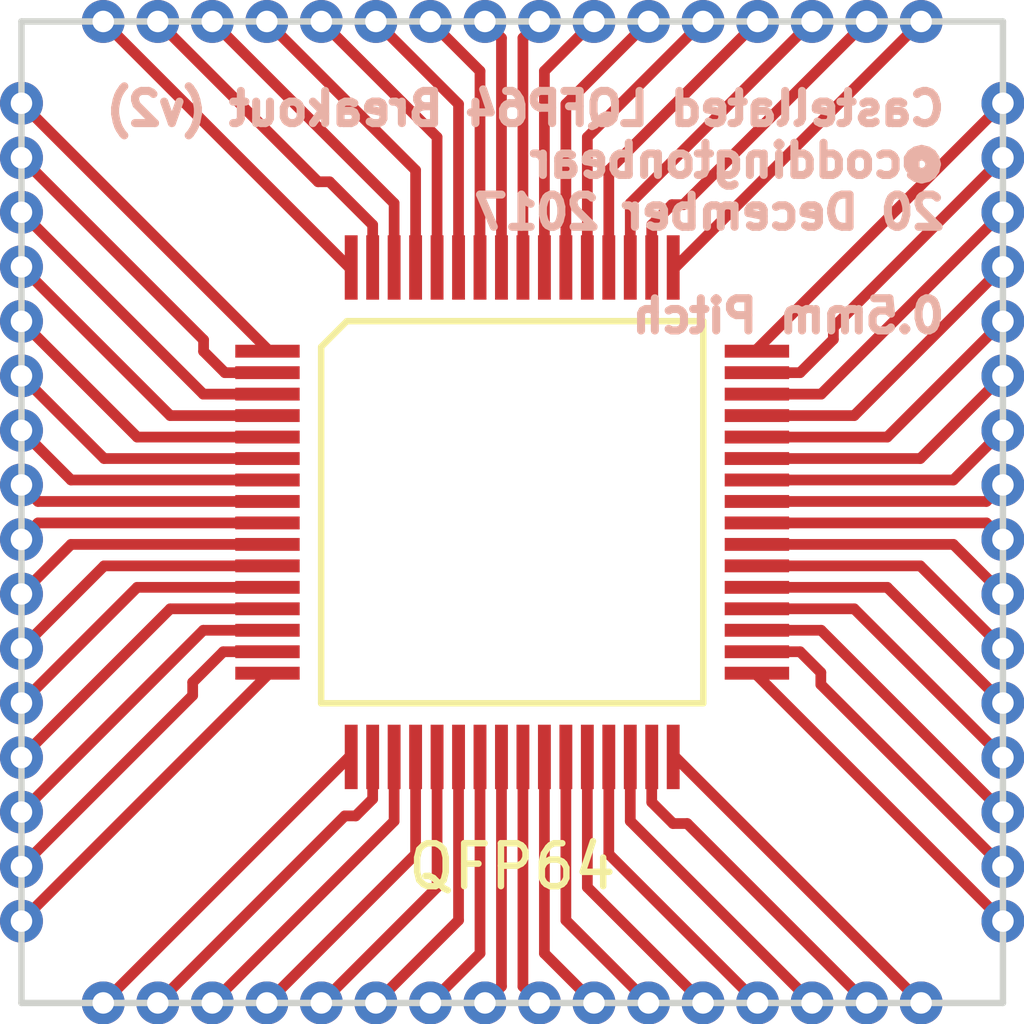
<source format=kicad_pcb>
(kicad_pcb (version 20221018) (generator pcbnew)
  (layers (0 "F.Cu" signal) (31 "B.Cu" signal) (34 "B.Paste" user) (35 "F.Paste" user) (36 "B.SilkS" user "B.Silkscreen") (37 "F.SilkS" user "F.Silkscreen") (38 "B.Mask" user) (39 "F.Mask" user) (44 "Edge.Cuts" user))
  (net 0 "")
  (footprint "adamgreig/agg-kicad/agg.pretty:LQFP-64" (layer "F.Cu") (at 139.065 76.835)
    (fp_text reference "REF**")
    (fp_text value "QFP64" (at 0 8.255) (layer "F.SilkS"))
    (fp_line (start -4.45 -3.85) (end -3.85 -4.45) (stroke (width 0.15)) (layer "F.SilkS"))
    (fp_line (start -4.45 4.45) (end -4.45 -3.85) (stroke (width 0.15)) (layer "F.SilkS"))
    (fp_line (start -3.85 -4.45) (end 4.45 -4.45) (stroke (width 0.15)) (layer "F.SilkS"))
    (fp_line (start 4.45 -4.45) (end 4.45 4.45) (stroke (width 0.15)) (layer "F.SilkS"))
    (fp_line (start 4.45 4.45) (end -4.45 4.45) (stroke (width 0.15)) (layer "F.SilkS"))
    (pad "1" smd rect (at -5.7 -3.75) (size 1.5 0.3) (layers "F.Cu" "F.Paste" "F.Mask"))
    (pad "2" smd rect (at -5.7 -3.25) (size 1.5 0.3) (layers "F.Cu" "F.Paste" "F.Mask"))
    (pad "3" smd rect (at -5.7 -2.75) (size 1.5 0.3) (layers "F.Cu" "F.Paste" "F.Mask"))
    (pad "4" smd rect (at -5.7 -2.25) (size 1.5 0.3) (layers "F.Cu" "F.Paste" "F.Mask"))
    (pad "5" smd rect (at -5.7 -1.75) (size 1.5 0.3) (layers "F.Cu" "F.Paste" "F.Mask"))
    (pad "6" smd rect (at -5.7 -1.25) (size 1.5 0.3) (layers "F.Cu" "F.Paste" "F.Mask"))
    (pad "7" smd rect (at -5.7 -0.75) (size 1.5 0.3) (layers "F.Cu" "F.Paste" "F.Mask"))
    (pad "8" smd rect (at -5.7 -0.25) (size 1.5 0.3) (layers "F.Cu" "F.Paste" "F.Mask"))
    (pad "9" smd rect (at -5.7 0.25) (size 1.5 0.3) (layers "F.Cu" "F.Paste" "F.Mask"))
    (pad "10" smd rect (at -5.7 0.75) (size 1.5 0.3) (layers "F.Cu" "F.Paste" "F.Mask"))
    (pad "11" smd rect (at -5.7 1.25) (size 1.5 0.3) (layers "F.Cu" "F.Paste" "F.Mask"))
    (pad "12" smd rect (at -5.7 1.75) (size 1.5 0.3) (layers "F.Cu" "F.Paste" "F.Mask"))
    (pad "13" smd rect (at -5.7 2.25) (size 1.5 0.3) (layers "F.Cu" "F.Paste" "F.Mask"))
    (pad "14" smd rect (at -5.7 2.75) (size 1.5 0.3) (layers "F.Cu" "F.Paste" "F.Mask"))
    (pad "15" smd rect (at -5.7 3.25) (size 1.5 0.3) (layers "F.Cu" "F.Paste" "F.Mask"))
    (pad "16" smd rect (at -5.7 3.75) (size 1.5 0.3) (layers "F.Cu" "F.Paste" "F.Mask"))
    (pad "17" smd rect (at -3.75 5.7) (size 0.3 1.5) (layers "F.Cu" "F.Paste" "F.Mask"))
    (pad "18" smd rect (at -3.25 5.7) (size 0.3 1.5) (layers "F.Cu" "F.Paste" "F.Mask"))
    (pad "19" smd rect (at -2.75 5.7) (size 0.3 1.5) (layers "F.Cu" "F.Paste" "F.Mask"))
    (pad "20" smd rect (at -2.25 5.7) (size 0.3 1.5) (layers "F.Cu" "F.Paste" "F.Mask"))
    (pad "21" smd rect (at -1.75 5.7) (size 0.3 1.5) (layers "F.Cu" "F.Paste" "F.Mask"))
    (pad "22" smd rect (at -1.25 5.7) (size 0.3 1.5) (layers "F.Cu" "F.Paste" "F.Mask"))
    (pad "23" smd rect (at -0.75 5.7) (size 0.3 1.5) (layers "F.Cu" "F.Paste" "F.Mask"))
    (pad "24" smd rect (at -0.25 5.7) (size 0.3 1.5) (layers "F.Cu" "F.Paste" "F.Mask"))
    (pad "25" smd rect (at 0.25 5.7) (size 0.3 1.5) (layers "F.Cu" "F.Paste" "F.Mask"))
    (pad "26" smd rect (at 0.75 5.7) (size 0.3 1.5) (layers "F.Cu" "F.Paste" "F.Mask"))
    (pad "27" smd rect (at 1.25 5.7) (size 0.3 1.5) (layers "F.Cu" "F.Paste" "F.Mask"))
    (pad "28" smd rect (at 1.75 5.7) (size 0.3 1.5) (layers "F.Cu" "F.Paste" "F.Mask"))
    (pad "29" smd rect (at 2.25 5.7) (size 0.3 1.5) (layers "F.Cu" "F.Paste" "F.Mask"))
    (pad "30" smd rect (at 2.75 5.7) (size 0.3 1.5) (layers "F.Cu" "F.Paste" "F.Mask"))
    (pad "31" smd rect (at 3.25 5.7) (size 0.3 1.5) (layers "F.Cu" "F.Paste" "F.Mask"))
    (pad "32" smd rect (at 3.75 5.7) (size 0.3 1.5) (layers "F.Cu" "F.Paste" "F.Mask"))
    (pad "33" smd rect (at 5.7 3.75) (size 1.5 0.3) (layers "F.Cu" "F.Paste" "F.Mask"))
    (pad "34" smd rect (at 5.7 3.25) (size 1.5 0.3) (layers "F.Cu" "F.Paste" "F.Mask"))
    (pad "35" smd rect (at 5.7 2.75) (size 1.5 0.3) (layers "F.Cu" "F.Paste" "F.Mask"))
    (pad "36" smd rect (at 5.7 2.25) (size 1.5 0.3) (layers "F.Cu" "F.Paste" "F.Mask"))
    (pad "37" smd rect (at 5.7 1.75) (size 1.5 0.3) (layers "F.Cu" "F.Paste" "F.Mask"))
    (pad "38" smd rect (at 5.7 1.25) (size 1.5 0.3) (layers "F.Cu" "F.Paste" "F.Mask"))
    (pad "39" smd rect (at 5.7 0.75) (size 1.5 0.3) (layers "F.Cu" "F.Paste" "F.Mask"))
    (pad "40" smd rect (at 5.7 0.25) (size 1.5 0.3) (layers "F.Cu" "F.Paste" "F.Mask"))
    (pad "41" smd rect (at 5.7 -0.25) (size 1.5 0.3) (layers "F.Cu" "F.Paste" "F.Mask"))
    (pad "42" smd rect (at 5.7 -0.75) (size 1.5 0.3) (layers "F.Cu" "F.Paste" "F.Mask"))
    (pad "43" smd rect (at 5.7 -1.25) (size 1.5 0.3) (layers "F.Cu" "F.Paste" "F.Mask"))
    (pad "44" smd rect (at 5.7 -1.75) (size 1.5 0.3) (layers "F.Cu" "F.Paste" "F.Mask"))
    (pad "45" smd rect (at 5.7 -2.25) (size 1.5 0.3) (layers "F.Cu" "F.Paste" "F.Mask"))
    (pad "46" smd rect (at 5.7 -2.75) (size 1.5 0.3) (layers "F.Cu" "F.Paste" "F.Mask"))
    (pad "47" smd rect (at 5.7 -3.25) (size 1.5 0.3) (layers "F.Cu" "F.Paste" "F.Mask"))
    (pad "48" smd rect (at 5.7 -3.75) (size 1.5 0.3) (layers "F.Cu" "F.Paste" "F.Mask"))
    (pad "49" smd rect (at 3.75 -5.7) (size 0.3 1.5) (layers "F.Cu" "F.Paste" "F.Mask"))
    (pad "50" smd rect (at 3.25 -5.7) (size 0.3 1.5) (layers "F.Cu" "F.Paste" "F.Mask"))
    (pad "51" smd rect (at 2.75 -5.7) (size 0.3 1.5) (layers "F.Cu" "F.Paste" "F.Mask"))
    (pad "52" smd rect (at 2.25 -5.7) (size 0.3 1.5) (layers "F.Cu" "F.Paste" "F.Mask"))
    (pad "53" smd rect (at 1.75 -5.7) (size 0.3 1.5) (layers "F.Cu" "F.Paste" "F.Mask"))
    (pad "54" smd rect (at 1.25 -5.7) (size 0.3 1.5) (layers "F.Cu" "F.Paste" "F.Mask"))
    (pad "55" smd rect (at 0.75 -5.7) (size 0.3 1.5) (layers "F.Cu" "F.Paste" "F.Mask"))
    (pad "56" smd rect (at 0.25 -5.7) (size 0.3 1.5) (layers "F.Cu" "F.Paste" "F.Mask"))
    (pad "57" smd rect (at -0.25 -5.7) (size 0.3 1.5) (layers "F.Cu" "F.Paste" "F.Mask"))
    (pad "58" smd rect (at -0.75 -5.7) (size 0.3 1.5) (layers "F.Cu" "F.Paste" "F.Mask"))
    (pad "59" smd rect (at -1.25 -5.7) (size 0.3 1.5) (layers "F.Cu" "F.Paste" "F.Mask"))
    (pad "60" smd rect (at -1.75 -5.7) (size 0.3 1.5) (layers "F.Cu" "F.Paste" "F.Mask"))
    (pad "61" smd rect (at -2.25 -5.7) (size 0.3 1.5) (layers "F.Cu" "F.Paste" "F.Mask"))
    (pad "62" smd rect (at -2.75 -5.7) (size 0.3 1.5) (layers "F.Cu" "F.Paste" "F.Mask"))
    (pad "63" smd rect (at -3.25 -5.7) (size 0.3 1.5) (layers "F.Cu" "F.Paste" "F.Mask"))
    (pad "64" smd rect (at -3.75 -5.7) (size 0.3 1.5) (layers "F.Cu" "F.Paste" "F.Mask"))
  )
  (gr_line (start 150.495 65.405) (end 150.495 88.265) (stroke (width 0.15)) (layer "Edge.Cuts"))
  (gr_line (start 150.495 88.265) (end 127.635 88.265) (stroke (width 0.15)) (layer "Edge.Cuts"))
  (gr_line (start 127.635 88.265) (end 127.635 65.405) (stroke (width 0.15)) (layer "Edge.Cuts"))
  (gr_line (start 127.635 65.405) (end 150.495 65.405) (stroke (width 0.15)) (layer "Edge.Cuts"))
  (gr_text "Castellated LQFP64 Breakout (v2)\n@coddingtonbear\n20 December 2017\n\n0.5mm Pitch\n" (at 149.225 69.85) (layer "B.SilkS") (effects (font (size 0.75 0.75) (thickness 0.1875)) (justify left mirror)))
  (segment (start 140.315 67.33) (end 142.24 65.405) (width 0.25) (layer "F.Cu") (net 0))
  (segment (start 144.765 78.085) (end 148.57 78.085) (width 0.25) (layer "F.Cu") (net 0))
  (segment (start 136.815 82.535) (end 136.815 84.8) (width 0.25) (layer "F.Cu") (net 0))
  (segment (start 142.315 71.135) (end 142.315 70.41) (width 0.25) (layer "F.Cu") (net 0))
  (segment (start 144.765 78.585) (end 147.8 78.585) (width 0.25) (layer "F.Cu") (net 0))
  (segment (start 141.315 82.535) (end 141.315 84.8) (width 0.25) (layer "F.Cu") (net 0))
  (segment (start 135.815 83.514) (end 135.4201 83.9089) (width 0.25) (layer "F.Cu") (net 0))
  (segment (start 139.815 66.56) (end 140.97 65.405) (width 0.25) (layer "F.Cu") (net 0))
  (segment (start 142.315 70.1433) (end 142.7861 69.6722) (width 0.25) (layer "F.Cu") (net 0))
  (segment (start 144.765 73.04) (end 150.495 67.31) (width 0.25) (layer "F.Cu") (net 0))
  (segment (start 144.765 77.585) (end 149.34 77.585) (width 0.25) (layer "F.Cu") (net 0))
  (segment (start 137.315 85.57) (end 134.62 88.265) (width 0.25) (layer "F.Cu") (net 0))
  (segment (start 140.815 68.1) (end 143.51 65.405) (width 0.25) (layer "F.Cu") (net 0))
  (segment (start 137.315 71.135) (end 137.315 68.1) (width 0.25) (layer "F.Cu") (net 0))
  (segment (start 132.3733 73.585) (end 131.8768 73.0885) (width 0.25) (layer "F.Cu") (net 0))
  (segment (start 133.365 78.585) (end 130.33 78.585) (width 0.25) (layer "F.Cu") (net 0))
  (segment (start 141.815 71.135) (end 141.815 69.64) (width 0.25) (layer "F.Cu") (net 0))
  (segment (start 130.33 78.585) (end 127.635 81.28) (width 0.25) (layer "F.Cu") (net 0))
  (segment (start 131.1 74.585) (end 127.635 71.12) (width 0.25) (layer "F.Cu") (net 0))
  (segment (start 147.03 74.585) (end 150.495 71.12) (width 0.25) (layer "F.Cu") (net 0))
  (segment (start 138.815 87.88) (end 138.43 88.265) (width 0.25) (layer "F.Cu") (net 0))
  (segment (start 137.815 82.535) (end 137.815 86.34) (width 0.25) (layer "F.Cu") (net 0))
  (segment (start 139.815 71.135) (end 139.815 66.56) (width 0.25) (layer "F.Cu") (net 0))
  (segment (start 133.365 80.085) (end 132.3352 80.085) (width 0.25) (layer "F.Cu") (net 0))
  (segment (start 141.815 69.64) (end 146.05 65.405) (width 0.25) (layer "F.Cu") (net 0))
  (segment (start 128.79 76.085) (end 127.635 74.93) (width 0.25) (layer "F.Cu") (net 0))
  (segment (start 136.815 68.87) (end 133.35 65.405) (width 0.25) (layer "F.Cu") (net 0))
  (segment (start 139.315 71.135) (end 139.315 65.79) (width 0.25) (layer "F.Cu") (net 0))
  (segment (start 130.33 75.085) (end 127.635 72.39) (width 0.25) (layer "F.Cu") (net 0))
  (segment (start 142.315 82.535) (end 142.315 83.5902) (width 0.25) (layer "F.Cu") (net 0))
  (segment (start 128.79 77.585) (end 127.635 78.74) (width 0.25) (layer "F.Cu") (net 0))
  (segment (start 139.815 87.11) (end 140.97 88.265) (width 0.25) (layer "F.Cu") (net 0))
  (segment (start 133.365 75.085) (end 130.33 75.085) (width 0.25) (layer "F.Cu") (net 0))
  (segment (start 133.365 78.085) (end 129.56 78.085) (width 0.25) (layer "F.Cu") (net 0))
  (segment (start 144.765 74.585) (end 147.03 74.585) (width 0.25) (layer "F.Cu") (net 0))
  (segment (start 131.87 74.085) (end 127.635 69.85) (width 0.25) (layer "F.Cu") (net 0))
  (segment (start 144.765 74.085) (end 146.26 74.085) (width 0.25) (layer "F.Cu") (net 0))
  (segment (start 144.765 75.585) (end 148.57 75.585) (width 0.25) (layer "F.Cu") (net 0))
  (segment (start 136.315 82.535) (end 136.315 84.03) (width 0.25) (layer "F.Cu") (net 0))
  (segment (start 144.765 80.085) (end 145.7694 80.085) (width 0.25) (layer "F.Cu") (net 0))
  (segment (start 138.315 82.535) (end 138.315 87.11) (width 0.25) (layer "F.Cu") (net 0))
  (segment (start 133.365 75.585) (end 129.56 75.585) (width 0.25) (layer "F.Cu") (net 0))
  (segment (start 137.815 67.33) (end 135.89 65.405) (width 0.25) (layer "F.Cu") (net 0))
  (segment (start 134.5438 69.1388) (end 130.81 65.405) (width 0.25) (layer "F.Cu") (net 0))
  (segment (start 142.8115 84.0867) (end 143.1417 84.0867) (width 0.25) (layer "F.Cu") (net 0))
  (segment (start 149.34 76.085) (end 150.495 74.93) (width 0.25) (layer "F.Cu") (net 0))
  (segment (start 133.365 77.585) (end 128.79 77.585) (width 0.25) (layer "F.Cu") (net 0))
  (segment (start 144.765 80.585) (end 144.765 80.63) (width 0.25) (layer "F.Cu") (net 0))
  (segment (start 145.7694 80.085) (end 146.2532 80.5688) (width 0.25) (layer "F.Cu") (net 0))
  (segment (start 137.315 82.535) (end 137.315 85.57) (width 0.25) (layer "F.Cu") (net 0))
  (segment (start 148.57 75.585) (end 150.495 73.66) (width 0.25) (layer "F.Cu") (net 0))
  (segment (start 131.8768 72.8218) (end 127.635 68.58) (width 0.25) (layer "F.Cu") (net 0))
  (segment (start 135.815 70.1433) (end 134.8105 69.1388) (width 0.25) (layer "F.Cu") (net 0))
  (segment (start 138.815 65.79) (end 138.43 65.405) (width 0.25) (layer "F.Cu") (net 0))
  (segment (start 142.815 71.135) (end 142.86 71.135) (width 0.25) (layer "F.Cu") (net 0))
  (segment (start 146.2532 80.8482) (end 150.495 85.09) (width 0.25) (layer "F.Cu") (net 0))
  (segment (start 149.34 77.585) (end 150.495 78.74) (width 0.25) (layer "F.Cu") (net 0))
  (segment (start 135.815 71.135) (end 135.815 70.41) (width 0.25) (layer "F.Cu") (net 0))
  (segment (start 144.765 76.085) (end 149.34 76.085) (width 0.25) (layer "F.Cu") (net 0))
  (segment (start 133.365 73.585) (end 132.64 73.585) (width 0.25) (layer "F.Cu") (net 0))
  (segment (start 133.365 77.085) (end 128.02 77.085) (width 0.25) (layer "F.Cu") (net 0))
  (segment (start 146.26 79.585) (end 150.495 83.82) (width 0.25) (layer "F.Cu") (net 0))
  (segment (start 141.315 68.87) (end 144.78 65.405) (width 0.25) (layer "F.Cu") (net 0))
  (segment (start 134.8105 69.1388) (end 134.5438 69.1388) (width 0.25) (layer "F.Cu") (net 0))
  (segment (start 144.765 73.085) (end 144.765 73.04) (width 0.25) (layer "F.Cu") (net 0))
  (segment (start 140.315 71.135) (end 140.315 67.33) (width 0.25) (layer "F.Cu") (net 0))
  (segment (start 136.315 71.135) (end 136.315 69.64) (width 0.25) (layer "F.Cu") (net 0))
  (segment (start 146.5453 72.8091) (end 146.5453 72.5297) (width 0.25) (layer "F.Cu") (net 0))
  (segment (start 133.365 79.585) (end 131.87 79.585) (width 0.25) (layer "F.Cu") (net 0))
  (segment (start 135.815 82.535) (end 135.815 83.514) (width 0.25) (layer "F.Cu") (net 0))
  (segment (start 136.315 84.03) (end 132.08 88.265) (width 0.25) (layer "F.Cu") (net 0))
  (segment (start 138.815 71.135) (end 138.815 65.79) (width 0.25) (layer "F.Cu") (net 0))
  (segment (start 131.87 79.585) (end 127.635 83.82) (width 0.25) (layer "F.Cu") (net 0))
  (segment (start 146.26 74.085) (end 150.495 69.85) (width 0.25) (layer "F.Cu") (net 0))
  (segment (start 136.815 71.135) (end 136.815 68.87) (width 0.25) (layer "F.Cu") (net 0))
  (segment (start 135.815 71.135) (end 135.815 70.1433) (width 0.25) (layer "F.Cu") (net 0))
  (segment (start 133.365 80.63) (end 127.635 86.36) (width 0.25) (layer "F.Cu") (net 0))
  (segment (start 133.365 73.085) (end 133.365 73.04) (width 0.25) (layer "F.Cu") (net 0))
  (segment (start 142.86 71.135) (end 148.59 65.405) (width 0.25) (layer "F.Cu") (net 0))
  (segment (start 140.815 85.57) (end 143.51 88.265) (width 0.25) (layer "F.Cu") (net 0))
  (segment (start 139.815 82.535) (end 139.815 87.11) (width 0.25) (layer "F.Cu") (net 0))
  (segment (start 135.27 71.135) (end 129.54 65.405) (width 0.25) (layer "F.Cu") (net 0))
  (segment (start 140.315 86.34) (end 142.24 88.265) (width 0.25) (layer "F.Cu") (net 0))
  (segment (start 133.365 76.585) (end 128.02 76.585) (width 0.25) (layer "F.Cu") (net 0))
  (segment (start 143.1417 84.0867) (end 147.32 88.265) (width 0.25) (layer "F.Cu") (net 0))
  (segment (start 140.815 82.535) (end 140.815 85.57) (width 0.25) (layer "F.Cu") (net 0))
  (segment (start 135.315 71.135) (end 135.27 71.135) (width 0.25) (layer "F.Cu") (net 0))
  (segment (start 129.56 78.085) (end 127.635 80.01) (width 0.25) (layer "F.Cu") (net 0))
  (segment (start 135.815 82.535) (end 135.815 83.26) (width 0.25) (layer "F.Cu") (net 0))
  (segment (start 144.765 73.585) (end 145.49 73.585) (width 0.25) (layer "F.Cu") (net 0))
  (segment (start 137.315 68.1) (end 134.62 65.405) (width 0.25) (layer "F.Cu") (net 0))
  (segment (start 139.315 65.79) (end 139.7 65.405) (width 0.25) (layer "F.Cu") (net 0))
  (segment (start 133.365 73.585) (end 132.3733 73.585) (width 0.25) (layer "F.Cu") (net 0))
  (segment (start 133.365 80.585) (end 133.365 80.63) (width 0.25) (layer "F.Cu") (net 0))
  (segment (start 144.765 73.585) (end 145.7694 73.585) (width 0.25) (layer "F.Cu") (net 0))
  (segment (start 148.57 78.085) (end 150.495 80.01) (width 0.25) (layer "F.Cu") (net 0))
  (segment (start 129.56 75.585) (end 127.635 73.66) (width 0.25) (layer "F.Cu") (net 0))
  (segment (start 144.765 79.585) (end 146.26 79.585) (width 0.25) (layer "F.Cu") (net 0))
  (segment (start 131.1 79.085) (end 127.635 82.55) (width 0.25) (layer "F.Cu") (net 0))
  (segment (start 147.03 79.085) (end 150.495 82.55) (width 0.25) (layer "F.Cu") (net 0))
  (segment (start 146.2532 80.5688) (end 146.2532 80.8482) (width 0.25) (layer "F.Cu") (net 0))
  (segment (start 133.365 74.085) (end 131.87 74.085) (width 0.25) (layer "F.Cu") (net 0))
  (segment (start 138.315 87.11) (end 137.16 88.265) (width 0.25) (layer "F.Cu") (net 0))
  (segment (start 131.6228 81.1022) (end 127.635 85.09) (width 0.25) (layer "F.Cu") (net 0))
  (segment (start 144.765 80.085) (end 145.49 80.085) (width 0.25) (layer "F.Cu") (net 0))
  (segment (start 147.8 75.085) (end 150.495 72.39) (width 0.25) (layer "F.Cu") (net 0))
  (segment (start 140.315 82.535) (end 140.315 86.34) (width 0.25) (layer "F.Cu") (net 0))
  (segment (start 135.1661 83.9089) (end 130.81 88.265) (width 0.25) (layer "F.Cu") (net 0))
  (segment (start 141.315 84.8) (end 144.78 88.265) (width 0.25) (layer "F.Cu") (net 0))
  (segment (start 142.315 71.135) (end 142.315 70.1433) (width 0.25) (layer "F.Cu") (net 0))
  (segment (start 144.765 80.63) (end 150.495 86.36) (width 0.25) (layer "F.Cu") (net 0))
  (segment (start 141.815 84.03) (end 146.05 88.265) (width 0.25) (layer "F.Cu") (net 0))
  (segment (start 144.765 77.085) (end 150.11 77.085) (width 0.25) (layer "F.Cu") (net 0))
  (segment (start 135.4201 83.9089) (end 135.1661 83.9089) (width 0.25) (layer "F.Cu") (net 0))
  (segment (start 140.815 71.135) (end 140.815 68.1) (width 0.25) (layer "F.Cu") (net 0))
  (segment (start 139.315 87.88) (end 139.7 88.265) (width 0.25) (layer "F.Cu") (net 0))
  (segment (start 137.815 86.34) (end 135.89 88.265) (width 0.25) (layer "F.Cu") (net 0))
  (segment (start 150.11 76.585) (end 150.495 76.2) (width 0.25) (layer "F.Cu") (net 0))
  (segment (start 138.815 82.535) (end 138.815 87.88) (width 0.25) (layer "F.Cu") (net 0))
  (segment (start 142.315 82.535) (end 142.315 83.26) (width 0.25) (layer "F.Cu") (net 0))
  (segment (start 142.315 83.5902) (end 142.8115 84.0867) (width 0.25) (layer "F.Cu") (net 0))
  (segment (start 146.5453 72.5297) (end 150.495 68.58) (width 0.25) (layer "F.Cu") (net 0))
  (segment (start 142.86 82.535) (end 148.59 88.265) (width 0.25) (layer "F.Cu") (net 0))
  (segment (start 143.0528 69.6722) (end 147.32 65.405) (width 0.25) (layer "F.Cu") (net 0))
  (segment (start 138.315 66.56) (end 137.16 65.405) (width 0.25) (layer "F.Cu") (net 0))
  (segment (start 135.27 82.535) (end 129.54 88.265) (width 0.25) (layer "F.Cu") (net 0))
  (segment (start 133.365 80.085) (end 132.64 80.085) (width 0.25) (layer "F.Cu") (net 0))
  (segment (start 133.365 74.585) (end 131.1 74.585) (width 0.25) (layer "F.Cu") (net 0))
  (segment (start 131.8768 73.0885) (end 131.8768 72.8218) (width 0.25) (layer "F.Cu") (net 0))
  (segment (start 131.6228 80.7974) (end 131.6228 81.1022) (width 0.25) (layer "F.Cu") (net 0))
  (segment (start 128.02 76.585) (end 127.635 76.2) (width 0.25) (layer "F.Cu") (net 0))
  (segment (start 150.11 77.085) (end 150.495 77.47) (width 0.25) (layer "F.Cu") (net 0))
  (segment (start 142.815 82.535) (end 142.86 82.535) (width 0.25) (layer "F.Cu") (net 0))
  (segment (start 139.315 82.535) (end 139.315 87.88) (width 0.25) (layer "F.Cu") (net 0))
  (segment (start 138.315 71.135) (end 138.315 66.56) (width 0.25) (layer "F.Cu") (net 0))
  (segment (start 132.3352 80.085) (end 131.6228 80.7974) (width 0.25) (layer "F.Cu") (net 0))
  (segment (start 135.315 82.535) (end 135.27 82.535) (width 0.25) (layer "F.Cu") (net 0))
  (segment (start 133.365 76.085) (end 128.79 76.085) (width 0.25) (layer "F.Cu") (net 0))
  (segment (start 144.765 76.585) (end 150.11 76.585) (width 0.25) (layer "F.Cu") (net 0))
  (segment (start 144.765 79.085) (end 147.03 79.085) (width 0.25) (layer "F.Cu") (net 0))
  (segment (start 144.765 75.085) (end 147.8 75.085) (width 0.25) (layer "F.Cu") (net 0))
  (segment (start 133.365 73.04) (end 127.635 67.31) (width 0.25) (layer "F.Cu") (net 0))
  (segment (start 141.315 71.135) (end 141.315 68.87) (width 0.25) (layer "F.Cu") (net 0))
  (segment (start 136.815 84.8) (end 133.35 88.265) (width 0.25) (layer "F.Cu") (net 0))
  (segment (start 128.02 77.085) (end 127.635 77.47) (width 0.25) (layer "F.Cu") (net 0))
  (segment (start 142.7861 69.6722) (end 143.0528 69.6722) (width 0.25) (layer "F.Cu") (net 0))
  (segment (start 137.815 71.135) (end 137.815 67.33) (width 0.25) (layer "F.Cu") (net 0))
  (segment (start 141.815 82.535) (end 141.815 84.03) (width 0.25) (layer "F.Cu") (net 0))
  (segment (start 133.365 79.085) (end 131.1 79.085) (width 0.25) (layer "F.Cu") (net 0))
  (segment (start 147.8 78.585) (end 150.495 81.28) (width 0.25) (layer "F.Cu") (net 0))
  (segment (start 145.7694 73.585) (end 146.5453 72.8091) (width 0.25) (layer "F.Cu") (net 0))
  (segment (start 136.315 69.64) (end 132.08 65.405) (width 0.25) (layer "F.Cu") (net 0))
  (via (at 138.43 65.405) (size 1) (drill 0.5) (layers "F.Cu" "B.Cu") (net 0))
  (via (at 143.51 88.265) (size 1) (drill 0.5) (layers "F.Cu" "B.Cu") (net 0))
  (via (at 129.54 88.265) (size 1) (drill 0.5) (layers "F.Cu" "B.Cu") (net 0))
  (via (at 127.635 78.74) (size 1) (drill 0.5) (layers "F.Cu" "B.Cu") (net 0))
  (via (at 127.635 80.01) (size 1) (drill 0.5) (layers "F.Cu" "B.Cu") (net 0))
  (via (at 138.43 88.265) (size 1) (drill 0.5) (layers "F.Cu" "B.Cu") (net 0))
  (via (at 137.16 65.405) (size 1) (drill 0.5) (layers "F.Cu" "B.Cu") (net 0))
  (via (at 150.495 81.28) (size 1) (drill 0.5) (layers "F.Cu" "B.Cu") (net 0))
  (via (at 134.62 88.265) (size 1) (drill 0.5) (layers "F.Cu" "B.Cu") (net 0))
  (via (at 150.495 68.58) (size 1) (drill 0.5) (layers "F.Cu" "B.Cu") (net 0))
  (via (at 130.81 88.265) (size 1) (drill 0.5) (layers "F.Cu" "B.Cu") (net 0))
  (via (at 127.635 67.31) (size 1) (drill 0.5) (layers "F.Cu" "B.Cu") (net 0))
  (via (at 144.78 88.265) (size 1) (drill 0.5) (layers "F.Cu" "B.Cu") (net 0))
  (via (at 150.495 71.12) (size 1) (drill 0.5) (layers "F.Cu" "B.Cu") (net 0))
  (via (at 133.35 65.405) (size 1) (drill 0.5) (layers "F.Cu" "B.Cu") (net 0))
  (via (at 127.635 76.2) (size 1) (drill 0.5) (layers "F.Cu" "B.Cu") (net 0))
  (via (at 147.32 88.265) (size 1) (drill 0.5) (layers "F.Cu" "B.Cu") (net 0))
  (via (at 147.32 65.405) (size 1) (drill 0.5) (layers "F.Cu" "B.Cu") (net 0))
  (via (at 127.635 77.47) (size 1) (drill 0.5) (layers "F.Cu" "B.Cu") (net 0))
  (via (at 130.81 65.405) (size 1) (drill 0.5) (layers "F.Cu" "B.Cu") (net 0))
  (via (at 150.495 85.09) (size 1) (drill 0.5) (layers "F.Cu" "B.Cu") (net 0))
  (via (at 144.78 65.405) (size 1) (drill 0.5) (layers "F.Cu" "B.Cu") (net 0))
  (via (at 134.62 65.405) (size 1) (drill 0.5) (layers "F.Cu" "B.Cu") (net 0))
  (via (at 127.635 73.66) (size 1) (drill 0.5) (layers "F.Cu" "B.Cu") (net 0))
  (via (at 127.635 81.28) (size 1) (drill 0.5) (layers "F.Cu" "B.Cu") (net 0))
  (via (at 142.24 65.405) (size 1) (drill 0.5) (layers "F.Cu" "B.Cu") (net 0))
  (via (at 139.7 88.265) (size 1) (drill 0.5) (layers "F.Cu" "B.Cu") (net 0))
  (via (at 127.635 74.93) (size 1) (drill 0.5) (layers "F.Cu" "B.Cu") (net 0))
  (via (at 132.08 65.405) (size 1) (drill 0.5) (layers "F.Cu" "B.Cu") (net 0))
  (via (at 140.97 65.405) (size 1) (drill 0.5) (layers "F.Cu" "B.Cu") (net 0))
  (via (at 150.495 76.2) (size 1) (drill 0.5) (layers "F.Cu" "B.Cu") (net 0))
  (via (at 139.7 65.405) (size 1) (drill 0.5) (layers "F.Cu" "B.Cu") (net 0))
  (via (at 150.495 72.39) (size 1) (drill 0.5) (layers "F.Cu" "B.Cu") (net 0))
  (via (at 127.635 71.12) (size 1) (drill 0.5) (layers "F.Cu" "B.Cu") (net 0))
  (via (at 129.54 65.405) (size 1) (drill 0.5) (layers "F.Cu" "B.Cu") (net 0))
  (via (at 127.635 69.85) (size 1) (drill 0.5) (layers "F.Cu" "B.Cu") (net 0))
  (via (at 127.635 85.09) (size 1) (drill 0.5) (layers "F.Cu" "B.Cu") (net 0))
  (via (at 132.08 88.265) (size 1) (drill 0.5) (layers "F.Cu" "B.Cu") (net 0))
  (via (at 140.97 88.265) (size 1) (drill 0.5) (layers "F.Cu" "B.Cu") (net 0))
  (via (at 127.635 83.82) (size 1) (drill 0.5) (layers "F.Cu" "B.Cu") (net 0))
  (via (at 150.495 82.55) (size 1) (drill 0.5) (layers "F.Cu" "B.Cu") (net 0))
  (via (at 150.495 80.01) (size 1) (drill 0.5) (layers "F.Cu" "B.Cu") (net 0))
  (via (at 146.05 65.405) (size 1) (drill 0.5) (layers "F.Cu" "B.Cu") (net 0))
  (via (at 137.16 88.265) (size 1) (drill 0.5) (layers "F.Cu" "B.Cu") (net 0))
  (via (at 135.89 65.405) (size 1) (drill 0.5) (layers "F.Cu" "B.Cu") (net 0))
  (via (at 150.495 74.93) (size 1) (drill 0.5) (layers "F.Cu" "B.Cu") (net 0))
  (via (at 127.635 68.58) (size 1) (drill 0.5) (layers "F.Cu" "B.Cu") (net 0))
  (via (at 133.35 88.265) (size 1) (drill 0.5) (layers "F.Cu" "B.Cu") (net 0))
  (via (at 127.635 86.36) (size 1) (drill 0.5) (layers "F.Cu" "B.Cu") (net 0))
  (via (at 150.495 69.85) (size 1) (drill 0.5) (layers "F.Cu" "B.Cu") (net 0))
  (via (at 150.495 83.82) (size 1) (drill 0.5) (layers "F.Cu" "B.Cu") (net 0))
  (via (at 143.51 65.405) (size 1) (drill 0.5) (layers "F.Cu" "B.Cu") (net 0))
  (via (at 150.495 78.74) (size 1) (drill 0.5) (layers "F.Cu" "B.Cu") (net 0))
  (via (at 142.24 88.265) (size 1) (drill 0.5) (layers "F.Cu" "B.Cu") (net 0))
  (via (at 150.495 67.31) (size 1) (drill 0.5) (layers "F.Cu" "B.Cu") (net 0))
  (via (at 150.495 77.47) (size 1) (drill 0.5) (layers "F.Cu" "B.Cu") (net 0))
  (via (at 146.05 88.265) (size 1) (drill 0.5) (layers "F.Cu" "B.Cu") (net 0))
  (via (at 135.89 88.265) (size 1) (drill 0.5) (layers "F.Cu" "B.Cu") (net 0))
  (via (at 150.495 86.36) (size 1) (drill 0.5) (layers "F.Cu" "B.Cu") (net 0))
  (via (at 150.495 73.66) (size 1) (drill 0.5) (layers "F.Cu" "B.Cu") (net 0))
  (via (at 148.59 88.265) (size 1) (drill 0.5) (layers "F.Cu" "B.Cu") (net 0))
  (via (at 148.59 65.405) (size 1) (drill 0.5) (layers "F.Cu" "B.Cu") (net 0))
  (via (at 127.635 82.55) (size 1) (drill 0.5) (layers "F.Cu" "B.Cu") (net 0))
  (via (at 127.635 72.39) (size 1) (drill 0.5) (layers "F.Cu" "B.Cu") (net 0))
)
</source>
